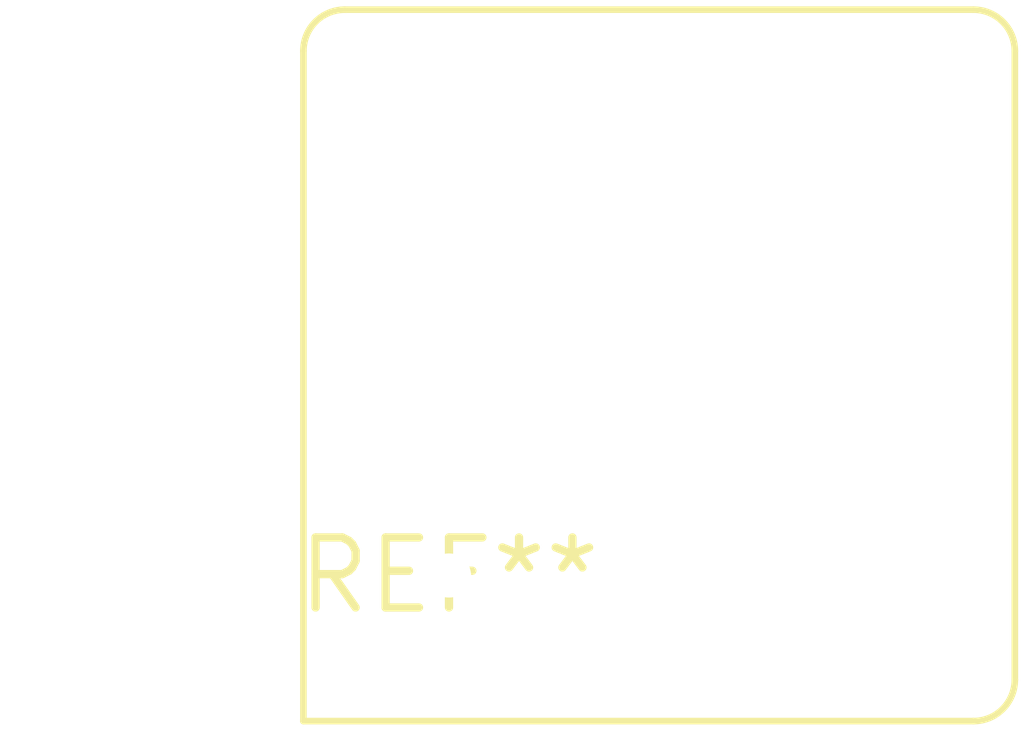
<source format=kicad_pcb>
(kicad_pcb (version 20240108) (generator pcbnew)
  (layers (0 "F.Cu" signal) (31 "B.Cu" signal) (34 "B.Paste" user) (35 "F.Paste" user) (36 "B.SilkS" user "B.Silkscreen") (37 "F.SilkS" user "F.Silkscreen") (38 "B.Mask" user) (39 "F.Mask" user) (44 "Edge.Cuts" user))
  (net 0 "")
  (footprint "Oscillator_DIP-8" (layer "F.Cu") (at 0 0)
    (property "Reference" "REF**")
    (property "Value" "Oscillator_DIP-8")
    (fp_line (start -2.64 -9.51) (end -2.64 2.64) (layer "F.SilkS") (stroke (width 0.12)))
    (fp_line (start -2.64 2.64) (end 9.51 2.64) (layer "F.SilkS") (stroke (width 0.12)))
    (fp_line (start 9.51 -10.26) (end -1.89 -10.26) (layer "F.SilkS") (stroke (width 0.12)))
    (fp_line (start 10.26 1.89) (end 10.26 -9.51) (layer "F.SilkS") (stroke (width 0.12)))
    (fp_arc (start -2.64 -9.51) (mid -2.42033 -10.04033) (end -1.89 -10.26) (layer "F.SilkS") (stroke (width 0.12)))
    (fp_arc (start 9.51 -10.26) (mid 10.04033 -10.04033) (end 10.26 -9.51) (layer "F.SilkS") (stroke (width 0.12)))
    (fp_arc (start 10.26 1.89) (mid 10.04033 2.42033) (end 9.51 2.64) (layer "F.SilkS") (stroke (width 0.12)))
    (pad "1" thru_hole rect (at 0 0) (size 1.6 1.6) (drill 0.8) (layers *.Cu *.Mask) (remove_unused_layers))
    (pad "4" thru_hole circle (at 7.62 0) (size 1.6 1.6) (drill 0.8) (layers *.Cu *.Mask) (remove_unused_layers))
    (pad "5" thru_hole circle (at 7.62 -7.62) (size 1.6 1.6) (drill 0.8) (layers *.Cu *.Mask) (remove_unused_layers))
    (pad "8" thru_hole circle (at 0 -7.62) (size 1.6 1.6) (drill 0.8) (layers *.Cu *.Mask) (remove_unused_layers))
  )
)
</source>
